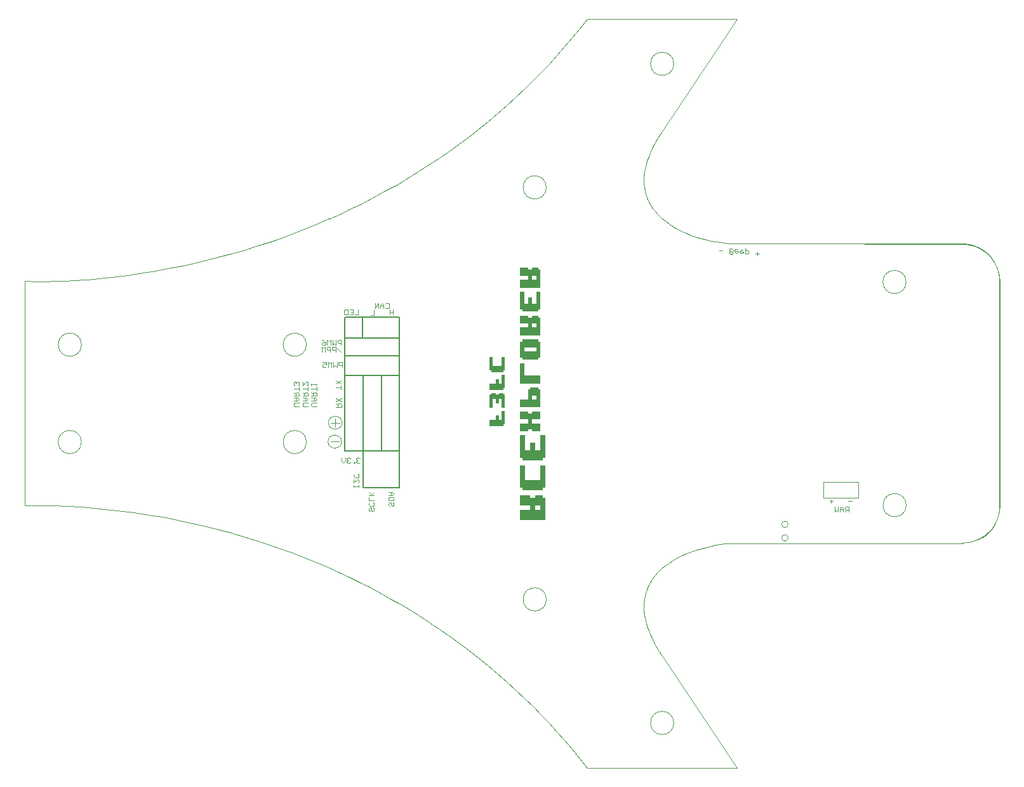
<source format=gbo>
%FSLAX25Y25*%
%MOIN*%
G70*
G01*
G75*
G04 Layer_Color=32896*
%ADD10C,0.00787*%
%ADD11R,0.03150X0.03937*%
%ADD12R,0.11811X0.03937*%
%ADD13R,0.13780X0.09646*%
%ADD14R,0.09488X0.26378*%
G04:AMPARAMS|DCode=15|XSize=196.85mil|YSize=118.11mil|CornerRadius=0mil|HoleSize=0mil|Usage=FLASHONLY|Rotation=22.500|XOffset=0mil|YOffset=0mil|HoleType=Round|Shape=Rectangle|*
%AMROTATEDRECTD15*
4,1,4,-0.06833,-0.09222,-0.11353,0.01689,0.06833,0.09222,0.11353,-0.01689,-0.06833,-0.09222,0.0*
%
%ADD15ROTATEDRECTD15*%

G04:AMPARAMS|DCode=16|XSize=196.85mil|YSize=118.11mil|CornerRadius=0mil|HoleSize=0mil|Usage=FLASHONLY|Rotation=337.500|XOffset=0mil|YOffset=0mil|HoleType=Round|Shape=Rectangle|*
%AMROTATEDRECTD16*
4,1,4,-0.11353,-0.01689,-0.06833,0.09222,0.11353,0.01689,0.06833,-0.09222,-0.11353,-0.01689,0.0*
%
%ADD16ROTATEDRECTD16*%

G04:AMPARAMS|DCode=17|XSize=196.85mil|YSize=118.11mil|CornerRadius=0mil|HoleSize=0mil|Usage=FLASHONLY|Rotation=115.000|XOffset=0mil|YOffset=0mil|HoleType=Round|Shape=Rectangle|*
%AMROTATEDRECTD17*
4,1,4,0.09512,-0.06425,-0.01193,-0.11416,-0.09512,0.06425,0.01193,0.11416,0.09512,-0.06425,0.0*
%
%ADD17ROTATEDRECTD17*%

G04:AMPARAMS|DCode=18|XSize=196.85mil|YSize=118.11mil|CornerRadius=0mil|HoleSize=0mil|Usage=FLASHONLY|Rotation=65.000|XOffset=0mil|YOffset=0mil|HoleType=Round|Shape=Rectangle|*
%AMROTATEDRECTD18*
4,1,4,0.01193,-0.11416,-0.09512,-0.06425,-0.01193,0.11416,0.09512,0.06425,0.01193,-0.11416,0.0*
%
%ADD18ROTATEDRECTD18*%

%ADD19R,0.05118X0.05906*%
%ADD20R,0.03937X0.03150*%
%ADD21R,0.03898X0.01890*%
%ADD22R,0.04173X0.02559*%
%ADD23R,0.05512X0.04134*%
%ADD24R,0.06890X0.02559*%
%ADD25R,0.23622X0.15748*%
%ADD26R,0.02362X0.04331*%
%ADD27R,0.03150X0.03150*%
%ADD28R,0.03347X0.05118*%
%ADD29R,0.05906X0.05906*%
%ADD30O,0.07480X0.01181*%
%ADD31O,0.01181X0.07480*%
%ADD32R,0.01969X0.09843*%
%ADD33R,0.07874X0.09843*%
%ADD34R,0.05118X0.01575*%
%ADD35R,0.07874X0.07874*%
%ADD36R,0.03937X0.02165*%
%ADD37R,0.00984X0.02756*%
%ADD38R,0.02756X0.00984*%
%ADD39R,0.05000X0.05787*%
%ADD40R,0.13386X0.05315*%
%ADD41R,0.05906X0.01614*%
G04:AMPARAMS|DCode=42|XSize=118.11mil|YSize=59.06mil|CornerRadius=0mil|HoleSize=0mil|Usage=FLASHONLY|Rotation=225.000|XOffset=0mil|YOffset=0mil|HoleType=Round|Shape=Rectangle|*
%AMROTATEDRECTD42*
4,1,4,0.02088,0.06264,0.06264,0.02088,-0.02088,-0.06264,-0.06264,-0.02088,0.02088,0.06264,0.0*
%
%ADD42ROTATEDRECTD42*%

G04:AMPARAMS|DCode=43|XSize=118.11mil|YSize=59.06mil|CornerRadius=0mil|HoleSize=0mil|Usage=FLASHONLY|Rotation=135.000|XOffset=0mil|YOffset=0mil|HoleType=Round|Shape=Rectangle|*
%AMROTATEDRECTD43*
4,1,4,0.06264,-0.02088,0.02088,-0.06264,-0.06264,0.02088,-0.02088,0.06264,0.06264,-0.02088,0.0*
%
%ADD43ROTATEDRECTD43*%

G04:AMPARAMS|DCode=44|XSize=118.11mil|YSize=59.06mil|CornerRadius=0mil|HoleSize=0mil|Usage=FLASHONLY|Rotation=245.000|XOffset=0mil|YOffset=0mil|HoleType=Round|Shape=Rectangle|*
%AMROTATEDRECTD44*
4,1,4,-0.00180,0.06600,0.05172,0.04104,0.00180,-0.06600,-0.05172,-0.04104,-0.00180,0.06600,0.0*
%
%ADD44ROTATEDRECTD44*%

G04:AMPARAMS|DCode=45|XSize=118.11mil|YSize=59.06mil|CornerRadius=0mil|HoleSize=0mil|Usage=FLASHONLY|Rotation=295.000|XOffset=0mil|YOffset=0mil|HoleType=Round|Shape=Rectangle|*
%AMROTATEDRECTD45*
4,1,4,-0.05172,0.04104,0.00180,0.06600,0.05172,-0.04104,-0.00180,-0.06600,-0.05172,0.04104,0.0*
%
%ADD45ROTATEDRECTD45*%

%ADD46R,0.02559X0.04173*%
%ADD47C,0.01969*%
%ADD48C,0.03937*%
%ADD49C,0.07874*%
%ADD50C,0.05906*%
%ADD51R,0.06869X0.26570*%
%ADD52R,0.06892X0.11504*%
%ADD53R,0.37657X0.14030*%
%ADD54R,0.23424X0.11604*%
%ADD55R,0.15927X0.15830*%
%ADD56R,0.14344X0.15856*%
%ADD57C,0.00394*%
%ADD58C,0.00197*%
%ADD59C,0.05906*%
%ADD60R,0.05906X0.05906*%
%ADD61C,0.01969*%
%ADD62R,0.36038X0.16300*%
%ADD63C,0.01000*%
%ADD64C,0.01181*%
%ADD65C,0.00984*%
%ADD66C,0.02362*%
%ADD67C,0.00039*%
%ADD68R,0.03937X0.03937*%
%ADD69R,0.04309X0.09978*%
%ADD70R,0.04309X0.09978*%
%ADD71R,0.11596X0.03568*%
%ADD72R,0.03568X0.11596*%
%ADD73R,0.03618X0.11596*%
%ADD74R,0.11596X0.03583*%
%ADD75R,0.03950X0.04737*%
%ADD76R,0.12611X0.04737*%
%ADD77R,0.14579X0.10446*%
%ADD78R,0.10288X0.27178*%
G04:AMPARAMS|DCode=79|XSize=204.85mil|YSize=126.11mil|CornerRadius=0mil|HoleSize=0mil|Usage=FLASHONLY|Rotation=22.500|XOffset=0mil|YOffset=0mil|HoleType=Round|Shape=Rectangle|*
%AMROTATEDRECTD79*
4,1,4,-0.07050,-0.09745,-0.11876,0.01906,0.07050,0.09745,0.11876,-0.01906,-0.07050,-0.09745,0.0*
%
%ADD79ROTATEDRECTD79*%

G04:AMPARAMS|DCode=80|XSize=204.85mil|YSize=126.11mil|CornerRadius=0mil|HoleSize=0mil|Usage=FLASHONLY|Rotation=337.500|XOffset=0mil|YOffset=0mil|HoleType=Round|Shape=Rectangle|*
%AMROTATEDRECTD80*
4,1,4,-0.11876,-0.01906,-0.07050,0.09745,0.11876,0.01906,0.07050,-0.09745,-0.11876,-0.01906,0.0*
%
%ADD80ROTATEDRECTD80*%

G04:AMPARAMS|DCode=81|XSize=204.85mil|YSize=126.11mil|CornerRadius=0mil|HoleSize=0mil|Usage=FLASHONLY|Rotation=115.000|XOffset=0mil|YOffset=0mil|HoleType=Round|Shape=Rectangle|*
%AMROTATEDRECTD81*
4,1,4,0.10043,-0.06618,-0.01386,-0.11948,-0.10043,0.06618,0.01386,0.11948,0.10043,-0.06618,0.0*
%
%ADD81ROTATEDRECTD81*%

G04:AMPARAMS|DCode=82|XSize=204.85mil|YSize=126.11mil|CornerRadius=0mil|HoleSize=0mil|Usage=FLASHONLY|Rotation=65.000|XOffset=0mil|YOffset=0mil|HoleType=Round|Shape=Rectangle|*
%AMROTATEDRECTD82*
4,1,4,0.01386,-0.11948,-0.10043,-0.06618,-0.01386,0.11948,0.10043,0.06618,0.01386,-0.11948,0.0*
%
%ADD82ROTATEDRECTD82*%

%ADD83R,0.05918X0.06706*%
%ADD84R,0.04737X0.03950*%
%ADD85R,0.04973X0.03359*%
%ADD86R,0.06312X0.04934*%
%ADD87R,0.07690X0.03359*%
%ADD88R,0.24422X0.16548*%
%ADD89R,0.03162X0.05131*%
%ADD90R,0.03950X0.03950*%
%ADD91R,0.04147X0.05918*%
%ADD92R,0.06706X0.06706*%
%ADD93O,0.08280X0.01981*%
%ADD94O,0.01981X0.08280*%
%ADD95R,0.02769X0.10642*%
%ADD96R,0.08674X0.10642*%
%ADD97R,0.05918X0.02375*%
%ADD98R,0.08674X0.08674*%
%ADD99R,0.04737X0.02965*%
%ADD100R,0.01784X0.03556*%
%ADD101R,0.03556X0.01784*%
%ADD102R,0.05800X0.06587*%
%ADD103R,0.14186X0.06115*%
%ADD104R,0.06706X0.02414*%
G04:AMPARAMS|DCode=105|XSize=126.11mil|YSize=67.06mil|CornerRadius=0mil|HoleSize=0mil|Usage=FLASHONLY|Rotation=225.000|XOffset=0mil|YOffset=0mil|HoleType=Round|Shape=Rectangle|*
%AMROTATEDRECTD105*
4,1,4,0.02088,0.06829,0.06829,0.02088,-0.02088,-0.06829,-0.06829,-0.02088,0.02088,0.06829,0.0*
%
%ADD105ROTATEDRECTD105*%

G04:AMPARAMS|DCode=106|XSize=126.11mil|YSize=67.06mil|CornerRadius=0mil|HoleSize=0mil|Usage=FLASHONLY|Rotation=135.000|XOffset=0mil|YOffset=0mil|HoleType=Round|Shape=Rectangle|*
%AMROTATEDRECTD106*
4,1,4,0.06829,-0.02088,0.02088,-0.06829,-0.06829,0.02088,-0.02088,0.06829,0.06829,-0.02088,0.0*
%
%ADD106ROTATEDRECTD106*%

G04:AMPARAMS|DCode=107|XSize=126.11mil|YSize=67.06mil|CornerRadius=0mil|HoleSize=0mil|Usage=FLASHONLY|Rotation=245.000|XOffset=0mil|YOffset=0mil|HoleType=Round|Shape=Rectangle|*
%AMROTATEDRECTD107*
4,1,4,-0.00374,0.07132,0.05704,0.04298,0.00374,-0.07132,-0.05704,-0.04298,-0.00374,0.07132,0.0*
%
%ADD107ROTATEDRECTD107*%

G04:AMPARAMS|DCode=108|XSize=126.11mil|YSize=67.06mil|CornerRadius=0mil|HoleSize=0mil|Usage=FLASHONLY|Rotation=295.000|XOffset=0mil|YOffset=0mil|HoleType=Round|Shape=Rectangle|*
%AMROTATEDRECTD108*
4,1,4,-0.05704,0.04298,0.00374,0.07132,0.05704,-0.04298,-0.00374,-0.07132,-0.05704,0.04298,0.0*
%
%ADD108ROTATEDRECTD108*%

%ADD109R,0.03359X0.04973*%
%ADD110C,0.00800*%
%ADD111C,0.06706*%
%ADD112R,0.06706X0.06706*%
G36*
X998618Y487572D02*
X997306D01*
Y486260D01*
X986811D01*
Y487572D01*
X985500D01*
Y499378D01*
X988123D01*
Y491507D01*
X990747D01*
Y495443D01*
X993371D01*
Y491507D01*
X995994D01*
Y499378D01*
X998618D01*
Y487572D01*
D02*
G37*
G36*
Y471830D02*
X997306D01*
Y470518D01*
X986811D01*
Y471830D01*
X985500D01*
Y483636D01*
X988123D01*
Y475765D01*
X995994D01*
Y483636D01*
X998618D01*
Y471830D01*
D02*
G37*
G36*
X994948Y523471D02*
X995997D01*
Y514023D01*
X985500D01*
Y518222D01*
X989699D01*
Y523471D01*
X990748D01*
Y524520D01*
X994948D01*
Y523471D01*
D02*
G37*
G36*
X995997Y507724D02*
X991798D01*
Y505625D01*
X995997D01*
Y501426D01*
X991798D01*
Y502475D01*
X989699D01*
Y501426D01*
X985500D01*
Y505625D01*
X989699D01*
Y507724D01*
X985500D01*
Y511923D01*
X989699D01*
Y510873D01*
X991798D01*
Y511923D01*
X995997D01*
Y507724D01*
D02*
G37*
G36*
X997306Y466582D02*
X998618D01*
Y454776D01*
X985500D01*
Y460023D01*
X990747D01*
Y462647D01*
X985500D01*
Y467894D01*
X990747D01*
Y466582D01*
X993371D01*
Y467894D01*
X997306D01*
Y466582D01*
D02*
G37*
G36*
X976555Y520864D02*
X977342D01*
Y513781D01*
X975768D01*
Y518503D01*
X974194D01*
Y516142D01*
X972620D01*
Y518503D01*
X971046D01*
Y513781D01*
X969473D01*
Y520864D01*
X970259D01*
Y521651D01*
X972620D01*
Y520864D01*
X974194D01*
Y521651D01*
X976555D01*
Y520864D01*
D02*
G37*
G36*
X977342Y505125D02*
X976555D01*
Y504338D01*
X969473D01*
Y507486D01*
X972620D01*
Y509846D01*
X974194D01*
Y507486D01*
X975768D01*
Y512207D01*
X977342D01*
Y505125D01*
D02*
G37*
G36*
Y533455D02*
X976555D01*
Y532668D01*
X970259D01*
Y533455D01*
X969473D01*
Y540538D01*
X971046D01*
Y535816D01*
X975768D01*
Y540538D01*
X977342D01*
Y533455D01*
D02*
G37*
G36*
Y524012D02*
X976555D01*
Y523225D01*
X969473D01*
Y526373D01*
X972620D01*
Y528734D01*
X974194D01*
Y526373D01*
X975768D01*
Y531094D01*
X977342D01*
Y524012D01*
D02*
G37*
G36*
X995997Y565461D02*
X994948D01*
Y564411D01*
X986549D01*
Y565461D01*
X985500D01*
Y574909D01*
X987599D01*
Y568610D01*
X989699D01*
Y571760D01*
X991798D01*
Y568610D01*
X993898D01*
Y574909D01*
X995997D01*
Y565461D01*
D02*
G37*
G36*
X994948Y561262D02*
X995997D01*
Y551814D01*
X985500D01*
Y556013D01*
X989699D01*
Y558113D01*
X985500D01*
Y562312D01*
X989699D01*
Y561262D01*
X991798D01*
Y562312D01*
X994948D01*
Y561262D01*
D02*
G37*
G36*
Y548665D02*
X995997D01*
Y540267D01*
X994948D01*
Y539217D01*
X986549D01*
Y540267D01*
X985500D01*
Y548665D01*
X986549D01*
Y549715D01*
X994948D01*
Y548665D01*
D02*
G37*
G36*
Y586456D02*
X995997D01*
Y577008D01*
X985500D01*
Y581207D01*
X989699D01*
Y583307D01*
X985500D01*
Y587506D01*
X989699D01*
Y586456D01*
X991798D01*
Y587506D01*
X994948D01*
Y586456D01*
D02*
G37*
G36*
X987599Y530819D02*
X995997D01*
Y526620D01*
X985500D01*
Y537117D01*
X987599D01*
Y530819D01*
D02*
G37*
%LPC*%
G36*
X993898Y583307D02*
X991798D01*
Y581207D01*
X993898D01*
Y583307D01*
D02*
G37*
G36*
Y545515D02*
X987599D01*
Y543416D01*
X993898D01*
Y545515D01*
D02*
G37*
G36*
Y520321D02*
X991798D01*
Y518222D01*
X993898D01*
Y520321D01*
D02*
G37*
G36*
X995994Y462647D02*
X993371D01*
Y460023D01*
X995994D01*
Y462647D01*
D02*
G37*
G36*
X993898Y558113D02*
X991798D01*
Y556013D01*
X993898D01*
Y558113D01*
D02*
G37*
%LPD*%
D10*
X893449Y550539D02*
X893534Y550454D01*
X922090D01*
X921884Y541188D02*
X921987Y541085D01*
X893265Y541188D02*
X921884D01*
X921987Y511128D02*
X922089Y511231D01*
X903046Y561414D02*
X922030D01*
X902804Y550597D02*
Y561173D01*
X902746Y550539D02*
X902804Y550597D01*
X893449Y550539D02*
X902746D01*
X893274Y550364D02*
X893449Y550539D01*
X893274Y530956D02*
Y550364D01*
X922030Y491035D02*
Y561414D01*
X893274Y491093D02*
X893295Y491073D01*
X893274Y491035D02*
X922030D01*
X893274Y530896D02*
X922030D01*
X893274Y491093D02*
Y530896D01*
X902872Y491073D02*
Y530769D01*
X912768Y491073D02*
Y530677D01*
X922030Y471861D02*
Y491035D01*
X921874Y471705D02*
X922030Y471861D01*
X921874Y471705D02*
Y472174D01*
X903224Y471705D02*
X921874D01*
X902872Y472058D02*
X903224Y471705D01*
X902872Y472058D02*
Y491073D01*
X893274Y550364D02*
Y561044D01*
X893645Y561414D01*
X903046D01*
D57*
X891896Y506009D02*
G03*
X891896Y506009I-3553J0D01*
G01*
X891702Y496039D02*
G03*
X891702Y496039I-3553J0D01*
G01*
X1144804Y466641D02*
Y474745D01*
Y466641D02*
X1163058D01*
Y474901D01*
X1145047Y474987D02*
X1163058D01*
X1144804Y474745D02*
X1145047Y474987D01*
X888307Y503683D02*
Y508283D01*
X886060Y505962D02*
X890660D01*
X885899Y496139D02*
X890499Y496139D01*
X1157767Y464827D02*
X1159604D01*
X1157869Y459203D02*
Y461958D01*
X1156492D01*
X1156033Y461499D01*
Y460580D01*
X1156492Y460121D01*
X1157869D01*
X1156951D02*
X1156033Y459203D01*
X1155114D02*
Y461039D01*
X1154196Y461958D01*
X1153278Y461039D01*
Y459203D01*
Y460580D01*
X1155114D01*
X1152359Y461958D02*
Y459203D01*
X1151441Y460121D01*
X1150523Y459203D01*
Y461958D01*
X1147890Y464695D02*
X1149727D01*
X1148808Y465614D02*
Y463777D01*
X1089845Y596592D02*
X1091675Y596432D01*
X1095214Y594740D02*
X1095454Y597484D01*
X1096826Y597364D01*
X1097244Y596867D01*
X1097204Y596410D01*
X1096706Y595992D01*
X1095334Y596112D01*
X1096706Y595992D01*
X1097124Y595495D01*
X1097084Y595037D01*
X1096586Y594620D01*
X1095214Y594740D01*
X1099571Y597124D02*
X1098656Y597204D01*
X1098158Y596787D01*
X1098079Y595872D01*
X1098496Y595375D01*
X1099411Y595295D01*
X1099908Y595712D01*
X1099948Y596169D01*
X1098118Y596329D01*
X1102315Y596884D02*
X1101400Y596964D01*
X1100903Y596547D01*
X1100823Y595632D01*
X1101240Y595134D01*
X1102155Y595054D01*
X1102653Y595472D01*
X1102693Y595929D01*
X1100863Y596089D01*
X1103768Y597679D02*
X1103528Y594934D01*
X1104900Y594814D01*
X1105397Y595232D01*
X1105477Y596147D01*
X1105060Y596644D01*
X1103688Y596764D01*
X1109057Y594912D02*
X1110886Y594752D01*
X1109891Y593917D02*
X1110052Y595746D01*
X891474Y546781D02*
Y549536D01*
X890096D01*
X889637Y549077D01*
Y548159D01*
X890096Y547699D01*
X891474D01*
X888719Y549536D02*
Y546781D01*
X887801Y547699D01*
X886882Y546781D01*
Y549536D01*
X885964Y546781D02*
Y549536D01*
X885046Y548618D01*
X884127Y549536D01*
Y546781D01*
X881372Y549536D02*
X882291Y549077D01*
X883209Y548159D01*
Y547240D01*
X882750Y546781D01*
X881831D01*
X881372Y547240D01*
Y547699D01*
X881831Y548159D01*
X883209D01*
X891938Y535193D02*
Y537948D01*
X890560D01*
X890101Y537489D01*
Y536571D01*
X890560Y536112D01*
X891938D01*
X889183Y537948D02*
Y535193D01*
X888264Y536112D01*
X887346Y535193D01*
Y537948D01*
X886428Y535193D02*
Y537948D01*
X885509Y537030D01*
X884591Y537948D01*
Y535193D01*
X881836Y537948D02*
X883673D01*
Y536571D01*
X882754Y537030D01*
X882295D01*
X881836Y536571D01*
Y535652D01*
X882295Y535193D01*
X883214D01*
X883673Y535652D01*
X878561Y514608D02*
X876266D01*
X875806Y515067D01*
Y515986D01*
X876266Y516445D01*
X878561D01*
X875806Y517363D02*
X877643D01*
X878561Y518282D01*
X877643Y519200D01*
X875806D01*
X877184D01*
Y517363D01*
X875806Y520118D02*
X878561D01*
Y521496D01*
X878102Y521955D01*
X877184D01*
X876725Y521496D01*
Y520118D01*
Y521037D02*
X875806Y521955D01*
X878561Y522873D02*
Y524710D01*
Y523792D01*
X875806D01*
Y525628D02*
Y526547D01*
Y526088D01*
X878561D01*
X878102Y525628D01*
X918832Y565475D02*
Y562720D01*
Y564098D01*
X916995D01*
Y565475D01*
Y562720D01*
X908689Y565422D02*
Y562667D01*
X906852D01*
X900826Y472172D02*
Y473090D01*
Y472631D01*
X898071D01*
Y472172D01*
Y473090D01*
Y476305D02*
Y474468D01*
X899908Y476305D01*
X900367D01*
X900826Y475845D01*
Y474927D01*
X900367Y474468D01*
Y479060D02*
X900826Y478600D01*
Y477682D01*
X900367Y477223D01*
X898530D01*
X898071Y477682D01*
Y478600D01*
X898530Y479060D01*
X891488Y523610D02*
Y525447D01*
Y524528D01*
X888733D01*
X891488Y526365D02*
X888733Y528202D01*
X891488D02*
X888733Y526365D01*
X888778Y514268D02*
X891533D01*
Y515646D01*
X891074Y516105D01*
X890156D01*
X889697Y515646D01*
Y514268D01*
Y515187D02*
X888778Y516105D01*
X891533Y517024D02*
X888778Y518860D01*
X891533D02*
X888778Y517024D01*
X869440Y514608D02*
X867145D01*
X866685Y515067D01*
Y515986D01*
X867145Y516445D01*
X869440D01*
X866685Y517363D02*
X868522D01*
X869440Y518282D01*
X868522Y519200D01*
X866685D01*
X868063D01*
Y517363D01*
X866685Y520118D02*
X869440D01*
Y521496D01*
X868981Y521955D01*
X868063D01*
X867604Y521496D01*
Y520118D01*
Y521037D02*
X866685Y521955D01*
X869440Y522873D02*
Y524710D01*
Y523792D01*
X866685D01*
X868981Y525628D02*
X869440Y526088D01*
Y527006D01*
X868981Y527465D01*
X868522D01*
X868063Y527006D01*
Y526547D01*
Y527006D01*
X867604Y527465D01*
X867145D01*
X866685Y527006D01*
Y526088D01*
X867145Y525628D01*
X874001Y514608D02*
X871705D01*
X871246Y515067D01*
Y515986D01*
X871705Y516445D01*
X874001D01*
X871246Y517363D02*
X873083D01*
X874001Y518282D01*
X873083Y519200D01*
X871246D01*
X872623D01*
Y517363D01*
X871246Y520118D02*
X874001D01*
Y521496D01*
X873542Y521955D01*
X872623D01*
X872164Y521496D01*
Y520118D01*
Y521037D02*
X871246Y521955D01*
X874001Y522873D02*
Y524710D01*
Y523792D01*
X871246D01*
Y527465D02*
Y525628D01*
X873083Y527465D01*
X873542D01*
X874001Y527006D01*
Y526088D01*
X873542Y525628D01*
X914705Y568463D02*
X915164Y568922D01*
X916083D01*
X916542Y568463D01*
Y566626D01*
X916083Y566167D01*
X915164D01*
X914705Y566626D01*
X913787Y566167D02*
Y568004D01*
X912868Y568922D01*
X911950Y568004D01*
Y566167D01*
Y567544D01*
X913787D01*
X911032Y566167D02*
Y568922D01*
X909195Y566167D01*
Y568922D01*
X918675Y464134D02*
X919134Y463675D01*
Y462757D01*
X918675Y462298D01*
X918215D01*
X917756Y462757D01*
Y463675D01*
X917297Y464134D01*
X916838D01*
X916379Y463675D01*
Y462757D01*
X916838Y462298D01*
X919134Y465053D02*
X916379D01*
Y466430D01*
X916838Y466889D01*
X918675D01*
X919134Y466430D01*
Y465053D01*
X916379Y467808D02*
X918215D01*
X919134Y468726D01*
X918215Y469644D01*
X916379D01*
X917756D01*
Y467808D01*
X908368Y461379D02*
X908827Y460920D01*
Y460002D01*
X908368Y459543D01*
X907908D01*
X907449Y460002D01*
Y460920D01*
X906990Y461379D01*
X906531D01*
X906072Y460920D01*
Y460002D01*
X906531Y459543D01*
X908368Y464134D02*
X908827Y463675D01*
Y462757D01*
X908368Y462298D01*
X906531D01*
X906072Y462757D01*
Y463675D01*
X906531Y464134D01*
X908827Y465053D02*
X906072D01*
Y466889D01*
X908827Y467808D02*
X906072D01*
X906990D01*
X908827Y469644D01*
X907449Y468267D01*
X906072Y469644D01*
X901315Y487153D02*
X900855Y487612D01*
X899937D01*
X899478Y487153D01*
Y486694D01*
X899937Y486235D01*
X900396D01*
X899937D01*
X899478Y485776D01*
Y485317D01*
X899937Y484858D01*
X900855D01*
X901315Y485317D01*
X898559Y484858D02*
Y485317D01*
X898100D01*
Y484858D01*
X898559D01*
X896264Y487153D02*
X895805Y487612D01*
X894886D01*
X894427Y487153D01*
Y486694D01*
X894886Y486235D01*
X895345D01*
X894886D01*
X894427Y485776D01*
Y485317D01*
X894886Y484858D01*
X895805D01*
X896264Y485317D01*
X893509Y487612D02*
Y485776D01*
X892590Y484858D01*
X891672Y485776D01*
Y487612D01*
X900451Y565473D02*
Y562718D01*
X898615D01*
X895860Y565473D02*
X897696D01*
Y562718D01*
X895860D01*
X897696Y564096D02*
X896778D01*
X894941Y565473D02*
Y562718D01*
X893564D01*
X893104Y563177D01*
Y565014D01*
X893564Y565473D01*
X894941D01*
X891320Y543228D02*
X889483Y545064D01*
X888565Y543228D02*
Y545983D01*
X887187D01*
X886728Y545523D01*
Y544605D01*
X887187Y544146D01*
X888565D01*
X885810Y543228D02*
Y545983D01*
X884432D01*
X883973Y545523D01*
Y544605D01*
X884432Y544146D01*
X885810D01*
X883055Y543228D02*
Y545983D01*
X882136Y545064D01*
X881218Y545983D01*
Y543228D01*
X1233068Y592835D02*
G03*
X1217579Y600111I-15664J-13221D01*
G01*
X1217591Y442672D02*
G03*
X1233080Y449948I-175J20497D01*
G01*
X880412Y611114D02*
G03*
X885495Y613312I-35534J89131D01*
G01*
X885527Y429516D02*
G03*
X880444Y431715I-40617J-86933D01*
G01*
X755095Y547005D02*
G03*
X755095Y547005I-6102J0D01*
G01*
Y495825D02*
G03*
X755095Y495825I-6102J0D01*
G01*
X873206D02*
G03*
X873206Y495825I-6102J0D01*
G01*
Y547005D02*
G03*
X873206Y547005I-6102J0D01*
G01*
X999188Y413147D02*
G03*
X999188Y413147I-6102J0D01*
G01*
X1066117Y348188D02*
G03*
X1066117Y348188I-6102J0D01*
G01*
X1188164Y462662D02*
G03*
X1188164Y462662I-6102J0D01*
G01*
X1188105Y579993D02*
G03*
X1188105Y579993I-6102J0D01*
G01*
X999187Y629683D02*
G03*
X999187Y629683I-6102J0D01*
G01*
X1066117Y694642D02*
G03*
X1066117Y694642I-6102J0D01*
G01*
X1166186Y600154D02*
X1217504D01*
X1099391D02*
X1166186D01*
X1016714Y329514D02*
X1020651Y324561D01*
X1012729Y334348D02*
X1016714Y329514D01*
X1008701Y339065D02*
X1012729Y334348D01*
X1004632Y343665D02*
X1008701Y339065D01*
X1000522Y348150D02*
X1004632Y343665D01*
X996375Y352521D02*
X1000522Y348150D01*
X992192Y356779D02*
X996375Y352521D01*
X987975Y360926D02*
X992192Y356779D01*
X983117Y365533D02*
X987975Y360926D01*
X978221Y369998D02*
X983117Y365533D01*
X973289Y374326D02*
X978221Y369998D01*
X968327Y378516D02*
X973289Y374326D01*
X963335Y382573D02*
X968327Y378516D01*
X958318Y386498D02*
X963335Y382573D01*
X953278Y390293D02*
X958318Y386498D01*
X948218Y393961D02*
X953278Y390293D01*
X943142Y397502D02*
X948218Y393961D01*
X939442Y399999D02*
X943142Y397502D01*
X935736Y402433D02*
X939442Y399999D01*
X932025Y404804D02*
X935736Y402433D01*
X928312Y407112D02*
X932025Y404804D01*
X924595Y409358D02*
X928312Y407112D01*
X920877Y411542D02*
X924595Y409358D01*
X917159Y413666D02*
X920877Y411542D01*
X914453Y415193D02*
X917159Y413666D01*
X773629Y459957D02*
X776585Y459591D01*
X770744Y460294D02*
X773629Y459957D01*
X767475Y460646D02*
X770744Y460294D01*
X764307Y460963D02*
X767475Y460646D01*
X761242Y461242D02*
X764307Y460963D01*
X758279Y461489D02*
X761242Y461242D01*
X755426Y461703D02*
X758279Y461489D01*
X752683Y461887D02*
X755426Y461703D01*
X750053Y462044D02*
X752683Y461887D01*
X747540Y462174D02*
X750053Y462044D01*
X745146Y462281D02*
X747540Y462174D01*
X742514Y462377D02*
X745146Y462281D01*
X740053Y462448D02*
X742514Y462377D01*
X737765Y462495D02*
X740053Y462448D01*
X735657Y462521D02*
X737765Y462495D01*
X733731Y462531D02*
X735657Y462521D01*
X731993Y462527D02*
X733731Y462531D01*
X730447Y462512D02*
X731993Y462527D01*
X729097Y462488D02*
X730447Y462512D01*
X727949Y462460D02*
X729097Y462488D01*
X727415Y462445D02*
X727949Y462460D01*
X726942Y462428D02*
X727415Y462445D01*
X726529Y462413D02*
X726942Y462428D01*
X726179Y462399D02*
X726529Y462413D01*
X725890Y462387D02*
X726179Y462399D01*
X725665Y462376D02*
X725890Y462387D01*
X725503Y462367D02*
X725665Y462376D01*
X725406Y462363D02*
X725503Y462367D01*
X725374Y462362D02*
X725406Y462363D01*
X725374Y462362D02*
Y580471D01*
X833536Y594757D02*
X840102Y596648D01*
X846768Y598697D01*
X853525Y600908D01*
X860365Y603286D01*
X865327Y605103D01*
X870324Y607011D01*
X875354Y609014D01*
X880412Y611114D01*
X885495Y613312D02*
X890602Y615612D01*
X895726Y618014D01*
X900866Y620523D01*
X906020Y623140D01*
X914414Y627750D01*
X917159Y629159D01*
X920877Y631283D01*
X924595Y633468D01*
X928312Y635712D01*
X932025Y638019D01*
X935736Y640390D01*
X939442Y642823D01*
X943142Y645322D01*
X948218Y648863D01*
X953278Y652531D01*
X958318Y656324D01*
X963335Y660249D01*
X968327Y664306D01*
X973289Y668497D01*
X978221Y672824D01*
X983117Y677290D01*
X987975Y681896D01*
X992192Y686044D01*
X996375Y690302D01*
X1000522Y694671D01*
X1004632Y699156D01*
X1008701Y703756D01*
X1012729Y708473D01*
X1016714Y713307D01*
X1020651Y718260D01*
X1099391D01*
X1060022Y659205D02*
X1099391Y718260D01*
X1058466Y656844D02*
X1060022Y659205D01*
X1057059Y654540D02*
X1058466Y656844D01*
X1055798Y652292D02*
X1057059Y654540D01*
X1054676Y650101D02*
X1055798Y652292D01*
X1053693Y647963D02*
X1054676Y650101D01*
X1052841Y645883D02*
X1053693Y647963D01*
X1052121Y643855D02*
X1052841Y645883D01*
X1051526Y641881D02*
X1052121Y643855D01*
X1050996Y639691D02*
X1051526Y641881D01*
X1050619Y637570D02*
X1050996Y639691D01*
X1050391Y635516D02*
X1050619Y637570D01*
X1050307Y633530D02*
X1050391Y635516D01*
X1050307Y633530D02*
X1050361Y631611D01*
X1050547Y629755D01*
X1050859Y627966D01*
X1051293Y626241D01*
X1051843Y624580D01*
X1052362Y623295D01*
X1052948Y622051D01*
X1053600Y620845D01*
X1054314Y619679D01*
X1055086Y618551D01*
X1055915Y617461D01*
X1057730Y615393D01*
X1059736Y613472D01*
X1061911Y611696D01*
X1063512Y610543D01*
X1067106Y608200D01*
X1066895Y608439D02*
X1068662Y607483D01*
X1070470Y606591D01*
X1072311Y605764D01*
X1074177Y604997D01*
X1076061Y604290D01*
X1077955Y603644D01*
X1080591Y602843D01*
X1083212Y602151D01*
X1085797Y601566D01*
X1088324Y601086D01*
X1090774Y600708D01*
X1093127Y600429D01*
X1095361Y600246D01*
X1097455Y600155D01*
X1099391Y600154D01*
X1232277Y593481D02*
X1233827Y591478D01*
X1235106Y589293D01*
X1236092Y586964D01*
X1236769Y584525D01*
X1237080Y582529D01*
X1237185Y580472D01*
Y462350D02*
Y580472D01*
X1228509Y446028D02*
X1230512Y447577D01*
X1226325Y444748D02*
X1228509Y446028D01*
X853493Y600910D02*
X860333Y603287D01*
X846736Y598698D02*
X853493Y600910D01*
X840070Y596650D02*
X846736Y598698D01*
X833504Y594758D02*
X840070Y596650D01*
X827048Y593015D02*
X833504Y594758D01*
X820708Y591417D02*
X827048Y593015D01*
X814494Y589955D02*
X820708Y591417D01*
X808415Y588625D02*
X814494Y589955D01*
X802480Y587422D02*
X808415Y588625D01*
X795641Y586150D02*
X802480Y587422D01*
X792308Y585573D02*
X795641Y586150D01*
X789033Y585035D02*
X792308Y585573D01*
X785818Y584533D02*
X789033Y585035D01*
X782665Y584068D02*
X785818Y584533D01*
X779575Y583636D02*
X782665Y584068D01*
X776553Y583237D02*
X779575Y583636D01*
X773597Y582871D02*
X776553Y583237D01*
X770712Y582536D02*
X773597Y582871D01*
X767443Y582182D02*
X770712Y582536D01*
X764275Y581867D02*
X767443Y582182D01*
X761210Y581586D02*
X764275Y581867D01*
X758247Y581339D02*
X761210Y581586D01*
X755394Y581126D02*
X758247Y581339D01*
X752651Y580942D02*
X755394Y581126D01*
X750021Y580785D02*
X752651Y580942D01*
X747508Y580654D02*
X750021Y580785D01*
X745114Y580547D02*
X747508Y580654D01*
X742482Y580451D02*
X745114Y580547D01*
X740021Y580380D02*
X742482Y580451D01*
X737733Y580333D02*
X740021Y580380D01*
X735625Y580307D02*
X737733Y580333D01*
X733699Y580297D02*
X735625Y580307D01*
X731961Y580301D02*
X733699Y580297D01*
X730415Y580318D02*
X731961Y580301D01*
X729065Y580342D02*
X730415Y580318D01*
X727917Y580369D02*
X729065Y580342D01*
X727384Y580386D02*
X727917Y580369D01*
X726910Y580403D02*
X727384Y580386D01*
X726497Y580418D02*
X726910Y580403D01*
X726147Y580433D02*
X726497Y580418D01*
X725858Y580446D02*
X726147Y580433D01*
X725634Y580457D02*
X725858Y580446D01*
X725471Y580465D02*
X725634Y580457D01*
X725374Y580471D02*
X725471Y580465D01*
X725342Y580472D02*
X725374Y580471D01*
X1237091Y460254D02*
X1237197Y462311D01*
X1236781Y458259D02*
X1237091Y460254D01*
X1236104Y455819D02*
X1236781Y458259D01*
X1235118Y453490D02*
X1236104Y455819D01*
X1233839Y451306D02*
X1235118Y453490D01*
X1232289Y449303D02*
X1233839Y451306D01*
X1217445Y599974D02*
X1219502Y599869D01*
X1221497Y599559D01*
X1223936Y598882D01*
X1226266Y597896D01*
X1228450Y596617D01*
X1230453Y595067D01*
X1232422Y593064D01*
X1234082Y590812D01*
X1235401Y588359D01*
X1236356Y585754D01*
X1236928Y583084D01*
X1237126Y580294D01*
X1237126Y462172D01*
X1237021Y460115D02*
X1237126Y462172D01*
X1236710Y458119D02*
X1237021Y460115D01*
X1236033Y455680D02*
X1236710Y458119D01*
X1235047Y453351D02*
X1236033Y455680D01*
X1233768Y451166D02*
X1235047Y453351D01*
X1232218Y449164D02*
X1233768Y451166D01*
X1230215Y447194D02*
X1232218Y449164D01*
X1227963Y445534D02*
X1230215Y447194D01*
X1166220Y599974D02*
X1217445D01*
X1095361Y442578D02*
X1097455Y442670D01*
X1093127Y442395D02*
X1095361Y442578D01*
X1090774Y442116D02*
X1093127Y442395D01*
X1088324Y441738D02*
X1090774Y442116D01*
X1085797Y441258D02*
X1088324Y441738D01*
X1083212Y440674D02*
X1085797Y441258D01*
X1080591Y439983D02*
X1083212Y440674D01*
X1077955Y439180D02*
X1080591Y439983D01*
X1097455Y442670D02*
X1168988D01*
X1020651Y324561D02*
X1099391Y324562D01*
X1076061Y438534D02*
X1077955Y439180D01*
X1074177Y437828D02*
X1076061Y438534D01*
X1072311Y437062D02*
X1074177Y437828D01*
X1070470Y436234D02*
X1072311Y437062D01*
X1068662Y435344D02*
X1070470Y436234D01*
X1066895Y434388D02*
X1068662Y435344D01*
X1065176Y433369D02*
X1066895Y434388D01*
X1063512Y432283D02*
X1065176Y433369D01*
X1061911Y431130D02*
X1063512Y432283D01*
X1059736Y429353D02*
X1061911Y431130D01*
X1057730Y427433D02*
X1059736Y429353D01*
X1055915Y425365D02*
X1057730Y427433D01*
X1055086Y424274D02*
X1055915Y425365D01*
X1054314Y423147D02*
X1055086Y424274D01*
X1053600Y421980D02*
X1054314Y423147D01*
X1052948Y420774D02*
X1053600Y421980D01*
X1052362Y419530D02*
X1052948Y420774D01*
X1051843Y418245D02*
X1052362Y419530D01*
X1051293Y416583D02*
X1051843Y418245D01*
X1050859Y414858D02*
X1051293Y416583D01*
X1050547Y413069D02*
X1050859Y414858D01*
X1050361Y411215D02*
X1050547Y413069D01*
X1050307Y409295D02*
X1050361Y411215D01*
X1050307Y409295D02*
X1050391Y407309D01*
X1050619Y405255D01*
X1050996Y403134D01*
X1051526Y400944D01*
X1052121Y398970D01*
X1052841Y396943D01*
X1053693Y394861D01*
X1054676Y392724D01*
X1055798Y390531D01*
X1057059Y388283D01*
X1058466Y385979D01*
X1060022Y383618D01*
X1099391Y324562D01*
X1146128Y442670D02*
X1217661D01*
X776585Y459591D02*
X779607Y459192D01*
X782697Y458760D01*
X785850Y458295D01*
X789065Y457794D01*
X792340Y457255D01*
X795673Y456678D01*
X802512Y455406D01*
X808447Y454203D01*
X814526Y452873D01*
X820740Y451412D01*
X827080Y449813D01*
X833536Y448070D01*
X840102Y446178D01*
X846768Y444130D01*
X853525Y441919D01*
X860365Y439541D01*
X906052Y419688D02*
X914446Y415078D01*
X900898Y422305D02*
X906052Y419688D01*
X895758Y424815D02*
X900898Y422305D01*
X890634Y427216D02*
X895758Y424815D01*
X885527Y429516D02*
X890634Y427216D01*
X875386Y433815D02*
X880444Y431715D01*
X870356Y435817D02*
X875386Y433815D01*
X865359Y437726D02*
X870356Y435817D01*
X860397Y439542D02*
X865359Y437726D01*
X853557Y441920D02*
X860397Y439542D01*
X846800Y444131D02*
X853557Y441920D01*
X840134Y446180D02*
X846800Y444131D01*
X833568Y448071D02*
X840134Y446180D01*
D58*
X1126148Y445484D02*
G03*
X1126148Y445484I-1671J0D01*
G01*
Y452571D02*
G03*
X1126148Y452571I-1671J0D01*
G01*
M02*

</source>
